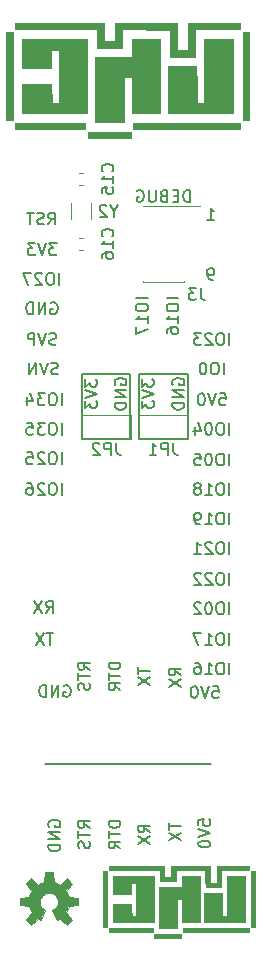
<source format=gbr>
G04 #@! TF.GenerationSoftware,KiCad,Pcbnew,5.1.10-88a1d61d58~90~ubuntu20.04.1*
G04 #@! TF.CreationDate,2021-07-18T21:46:05+01:00*
G04 #@! TF.ProjectId,lhc_tijolo32_board,6c68635f-7469-46a6-9f6c-6f33325f626f,rev?*
G04 #@! TF.SameCoordinates,Original*
G04 #@! TF.FileFunction,Legend,Bot*
G04 #@! TF.FilePolarity,Positive*
%FSLAX46Y46*%
G04 Gerber Fmt 4.6, Leading zero omitted, Abs format (unit mm)*
G04 Created by KiCad (PCBNEW 5.1.10-88a1d61d58~90~ubuntu20.04.1) date 2021-07-18 21:46:05*
%MOMM*%
%LPD*%
G01*
G04 APERTURE LIST*
%ADD10C,0.200000*%
%ADD11C,0.152400*%
%ADD12C,0.010000*%
%ADD13C,0.120000*%
%ADD14C,0.150000*%
G04 APERTURE END LIST*
D10*
X118838095Y-43942380D02*
X118838095Y-42942380D01*
X118600000Y-42942380D01*
X118457142Y-42990000D01*
X118361904Y-43085238D01*
X118314285Y-43180476D01*
X118266666Y-43370952D01*
X118266666Y-43513809D01*
X118314285Y-43704285D01*
X118361904Y-43799523D01*
X118457142Y-43894761D01*
X118600000Y-43942380D01*
X118838095Y-43942380D01*
X117838095Y-43418571D02*
X117504761Y-43418571D01*
X117361904Y-43942380D02*
X117838095Y-43942380D01*
X117838095Y-42942380D01*
X117361904Y-42942380D01*
X116600000Y-43418571D02*
X116457142Y-43466190D01*
X116409523Y-43513809D01*
X116361904Y-43609047D01*
X116361904Y-43751904D01*
X116409523Y-43847142D01*
X116457142Y-43894761D01*
X116552380Y-43942380D01*
X116933333Y-43942380D01*
X116933333Y-42942380D01*
X116600000Y-42942380D01*
X116504761Y-42990000D01*
X116457142Y-43037619D01*
X116409523Y-43132857D01*
X116409523Y-43228095D01*
X116457142Y-43323333D01*
X116504761Y-43370952D01*
X116600000Y-43418571D01*
X116933333Y-43418571D01*
X115933333Y-42942380D02*
X115933333Y-43751904D01*
X115885714Y-43847142D01*
X115838095Y-43894761D01*
X115742857Y-43942380D01*
X115552380Y-43942380D01*
X115457142Y-43894761D01*
X115409523Y-43847142D01*
X115361904Y-43751904D01*
X115361904Y-42942380D01*
X114361904Y-42990000D02*
X114457142Y-42942380D01*
X114600000Y-42942380D01*
X114742857Y-42990000D01*
X114838095Y-43085238D01*
X114885714Y-43180476D01*
X114933333Y-43370952D01*
X114933333Y-43513809D01*
X114885714Y-43704285D01*
X114838095Y-43799523D01*
X114742857Y-43894761D01*
X114600000Y-43942380D01*
X114504761Y-43942380D01*
X114361904Y-43894761D01*
X114314285Y-43847142D01*
X114314285Y-43513809D01*
X114504761Y-43513809D01*
X122176190Y-83942380D02*
X122176190Y-82942380D01*
X121509523Y-82942380D02*
X121319047Y-82942380D01*
X121223809Y-82990000D01*
X121128571Y-83085238D01*
X121080952Y-83275714D01*
X121080952Y-83609047D01*
X121128571Y-83799523D01*
X121223809Y-83894761D01*
X121319047Y-83942380D01*
X121509523Y-83942380D01*
X121604761Y-83894761D01*
X121700000Y-83799523D01*
X121747619Y-83609047D01*
X121747619Y-83275714D01*
X121700000Y-83085238D01*
X121604761Y-82990000D01*
X121509523Y-82942380D01*
X120128571Y-83942380D02*
X120700000Y-83942380D01*
X120414285Y-83942380D02*
X120414285Y-82942380D01*
X120509523Y-83085238D01*
X120604761Y-83180476D01*
X120700000Y-83228095D01*
X119271428Y-82942380D02*
X119461904Y-82942380D01*
X119557142Y-82990000D01*
X119604761Y-83037619D01*
X119700000Y-83180476D01*
X119747619Y-83370952D01*
X119747619Y-83751904D01*
X119700000Y-83847142D01*
X119652380Y-83894761D01*
X119557142Y-83942380D01*
X119366666Y-83942380D01*
X119271428Y-83894761D01*
X119223809Y-83847142D01*
X119176190Y-83751904D01*
X119176190Y-83513809D01*
X119223809Y-83418571D01*
X119271428Y-83370952D01*
X119366666Y-83323333D01*
X119557142Y-83323333D01*
X119652380Y-83370952D01*
X119700000Y-83418571D01*
X119747619Y-83513809D01*
X122176190Y-81442380D02*
X122176190Y-80442380D01*
X121509523Y-80442380D02*
X121319047Y-80442380D01*
X121223809Y-80490000D01*
X121128571Y-80585238D01*
X121080952Y-80775714D01*
X121080952Y-81109047D01*
X121128571Y-81299523D01*
X121223809Y-81394761D01*
X121319047Y-81442380D01*
X121509523Y-81442380D01*
X121604761Y-81394761D01*
X121700000Y-81299523D01*
X121747619Y-81109047D01*
X121747619Y-80775714D01*
X121700000Y-80585238D01*
X121604761Y-80490000D01*
X121509523Y-80442380D01*
X120128571Y-81442380D02*
X120700000Y-81442380D01*
X120414285Y-81442380D02*
X120414285Y-80442380D01*
X120509523Y-80585238D01*
X120604761Y-80680476D01*
X120700000Y-80728095D01*
X119795238Y-80442380D02*
X119128571Y-80442380D01*
X119557142Y-81442380D01*
X122176190Y-78842380D02*
X122176190Y-77842380D01*
X121509523Y-77842380D02*
X121319047Y-77842380D01*
X121223809Y-77890000D01*
X121128571Y-77985238D01*
X121080952Y-78175714D01*
X121080952Y-78509047D01*
X121128571Y-78699523D01*
X121223809Y-78794761D01*
X121319047Y-78842380D01*
X121509523Y-78842380D01*
X121604761Y-78794761D01*
X121700000Y-78699523D01*
X121747619Y-78509047D01*
X121747619Y-78175714D01*
X121700000Y-77985238D01*
X121604761Y-77890000D01*
X121509523Y-77842380D01*
X120461904Y-77842380D02*
X120366666Y-77842380D01*
X120271428Y-77890000D01*
X120223809Y-77937619D01*
X120176190Y-78032857D01*
X120128571Y-78223333D01*
X120128571Y-78461428D01*
X120176190Y-78651904D01*
X120223809Y-78747142D01*
X120271428Y-78794761D01*
X120366666Y-78842380D01*
X120461904Y-78842380D01*
X120557142Y-78794761D01*
X120604761Y-78747142D01*
X120652380Y-78651904D01*
X120700000Y-78461428D01*
X120700000Y-78223333D01*
X120652380Y-78032857D01*
X120604761Y-77937619D01*
X120557142Y-77890000D01*
X120461904Y-77842380D01*
X119747619Y-77937619D02*
X119700000Y-77890000D01*
X119604761Y-77842380D01*
X119366666Y-77842380D01*
X119271428Y-77890000D01*
X119223809Y-77937619D01*
X119176190Y-78032857D01*
X119176190Y-78128095D01*
X119223809Y-78270952D01*
X119795238Y-78842380D01*
X119176190Y-78842380D01*
X122176190Y-76342380D02*
X122176190Y-75342380D01*
X121509523Y-75342380D02*
X121319047Y-75342380D01*
X121223809Y-75390000D01*
X121128571Y-75485238D01*
X121080952Y-75675714D01*
X121080952Y-76009047D01*
X121128571Y-76199523D01*
X121223809Y-76294761D01*
X121319047Y-76342380D01*
X121509523Y-76342380D01*
X121604761Y-76294761D01*
X121700000Y-76199523D01*
X121747619Y-76009047D01*
X121747619Y-75675714D01*
X121700000Y-75485238D01*
X121604761Y-75390000D01*
X121509523Y-75342380D01*
X120700000Y-75437619D02*
X120652380Y-75390000D01*
X120557142Y-75342380D01*
X120319047Y-75342380D01*
X120223809Y-75390000D01*
X120176190Y-75437619D01*
X120128571Y-75532857D01*
X120128571Y-75628095D01*
X120176190Y-75770952D01*
X120747619Y-76342380D01*
X120128571Y-76342380D01*
X119747619Y-75437619D02*
X119700000Y-75390000D01*
X119604761Y-75342380D01*
X119366666Y-75342380D01*
X119271428Y-75390000D01*
X119223809Y-75437619D01*
X119176190Y-75532857D01*
X119176190Y-75628095D01*
X119223809Y-75770952D01*
X119795238Y-76342380D01*
X119176190Y-76342380D01*
X122176190Y-73742380D02*
X122176190Y-72742380D01*
X121509523Y-72742380D02*
X121319047Y-72742380D01*
X121223809Y-72790000D01*
X121128571Y-72885238D01*
X121080952Y-73075714D01*
X121080952Y-73409047D01*
X121128571Y-73599523D01*
X121223809Y-73694761D01*
X121319047Y-73742380D01*
X121509523Y-73742380D01*
X121604761Y-73694761D01*
X121700000Y-73599523D01*
X121747619Y-73409047D01*
X121747619Y-73075714D01*
X121700000Y-72885238D01*
X121604761Y-72790000D01*
X121509523Y-72742380D01*
X120700000Y-72837619D02*
X120652380Y-72790000D01*
X120557142Y-72742380D01*
X120319047Y-72742380D01*
X120223809Y-72790000D01*
X120176190Y-72837619D01*
X120128571Y-72932857D01*
X120128571Y-73028095D01*
X120176190Y-73170952D01*
X120747619Y-73742380D01*
X120128571Y-73742380D01*
X119176190Y-73742380D02*
X119747619Y-73742380D01*
X119461904Y-73742380D02*
X119461904Y-72742380D01*
X119557142Y-72885238D01*
X119652380Y-72980476D01*
X119747619Y-73028095D01*
X122176190Y-71242380D02*
X122176190Y-70242380D01*
X121509523Y-70242380D02*
X121319047Y-70242380D01*
X121223809Y-70290000D01*
X121128571Y-70385238D01*
X121080952Y-70575714D01*
X121080952Y-70909047D01*
X121128571Y-71099523D01*
X121223809Y-71194761D01*
X121319047Y-71242380D01*
X121509523Y-71242380D01*
X121604761Y-71194761D01*
X121700000Y-71099523D01*
X121747619Y-70909047D01*
X121747619Y-70575714D01*
X121700000Y-70385238D01*
X121604761Y-70290000D01*
X121509523Y-70242380D01*
X120128571Y-71242380D02*
X120700000Y-71242380D01*
X120414285Y-71242380D02*
X120414285Y-70242380D01*
X120509523Y-70385238D01*
X120604761Y-70480476D01*
X120700000Y-70528095D01*
X119652380Y-71242380D02*
X119461904Y-71242380D01*
X119366666Y-71194761D01*
X119319047Y-71147142D01*
X119223809Y-71004285D01*
X119176190Y-70813809D01*
X119176190Y-70432857D01*
X119223809Y-70337619D01*
X119271428Y-70290000D01*
X119366666Y-70242380D01*
X119557142Y-70242380D01*
X119652380Y-70290000D01*
X119700000Y-70337619D01*
X119747619Y-70432857D01*
X119747619Y-70670952D01*
X119700000Y-70766190D01*
X119652380Y-70813809D01*
X119557142Y-70861428D01*
X119366666Y-70861428D01*
X119271428Y-70813809D01*
X119223809Y-70766190D01*
X119176190Y-70670952D01*
X122176190Y-68742380D02*
X122176190Y-67742380D01*
X121509523Y-67742380D02*
X121319047Y-67742380D01*
X121223809Y-67790000D01*
X121128571Y-67885238D01*
X121080952Y-68075714D01*
X121080952Y-68409047D01*
X121128571Y-68599523D01*
X121223809Y-68694761D01*
X121319047Y-68742380D01*
X121509523Y-68742380D01*
X121604761Y-68694761D01*
X121700000Y-68599523D01*
X121747619Y-68409047D01*
X121747619Y-68075714D01*
X121700000Y-67885238D01*
X121604761Y-67790000D01*
X121509523Y-67742380D01*
X120128571Y-68742380D02*
X120700000Y-68742380D01*
X120414285Y-68742380D02*
X120414285Y-67742380D01*
X120509523Y-67885238D01*
X120604761Y-67980476D01*
X120700000Y-68028095D01*
X119557142Y-68170952D02*
X119652380Y-68123333D01*
X119700000Y-68075714D01*
X119747619Y-67980476D01*
X119747619Y-67932857D01*
X119700000Y-67837619D01*
X119652380Y-67790000D01*
X119557142Y-67742380D01*
X119366666Y-67742380D01*
X119271428Y-67790000D01*
X119223809Y-67837619D01*
X119176190Y-67932857D01*
X119176190Y-67980476D01*
X119223809Y-68075714D01*
X119271428Y-68123333D01*
X119366666Y-68170952D01*
X119557142Y-68170952D01*
X119652380Y-68218571D01*
X119700000Y-68266190D01*
X119747619Y-68361428D01*
X119747619Y-68551904D01*
X119700000Y-68647142D01*
X119652380Y-68694761D01*
X119557142Y-68742380D01*
X119366666Y-68742380D01*
X119271428Y-68694761D01*
X119223809Y-68647142D01*
X119176190Y-68551904D01*
X119176190Y-68361428D01*
X119223809Y-68266190D01*
X119271428Y-68218571D01*
X119366666Y-68170952D01*
X122176190Y-66242380D02*
X122176190Y-65242380D01*
X121509523Y-65242380D02*
X121319047Y-65242380D01*
X121223809Y-65290000D01*
X121128571Y-65385238D01*
X121080952Y-65575714D01*
X121080952Y-65909047D01*
X121128571Y-66099523D01*
X121223809Y-66194761D01*
X121319047Y-66242380D01*
X121509523Y-66242380D01*
X121604761Y-66194761D01*
X121700000Y-66099523D01*
X121747619Y-65909047D01*
X121747619Y-65575714D01*
X121700000Y-65385238D01*
X121604761Y-65290000D01*
X121509523Y-65242380D01*
X120461904Y-65242380D02*
X120366666Y-65242380D01*
X120271428Y-65290000D01*
X120223809Y-65337619D01*
X120176190Y-65432857D01*
X120128571Y-65623333D01*
X120128571Y-65861428D01*
X120176190Y-66051904D01*
X120223809Y-66147142D01*
X120271428Y-66194761D01*
X120366666Y-66242380D01*
X120461904Y-66242380D01*
X120557142Y-66194761D01*
X120604761Y-66147142D01*
X120652380Y-66051904D01*
X120700000Y-65861428D01*
X120700000Y-65623333D01*
X120652380Y-65432857D01*
X120604761Y-65337619D01*
X120557142Y-65290000D01*
X120461904Y-65242380D01*
X119223809Y-65242380D02*
X119700000Y-65242380D01*
X119747619Y-65718571D01*
X119700000Y-65670952D01*
X119604761Y-65623333D01*
X119366666Y-65623333D01*
X119271428Y-65670952D01*
X119223809Y-65718571D01*
X119176190Y-65813809D01*
X119176190Y-66051904D01*
X119223809Y-66147142D01*
X119271428Y-66194761D01*
X119366666Y-66242380D01*
X119604761Y-66242380D01*
X119700000Y-66194761D01*
X119747619Y-66147142D01*
X122176190Y-63642380D02*
X122176190Y-62642380D01*
X121509523Y-62642380D02*
X121319047Y-62642380D01*
X121223809Y-62690000D01*
X121128571Y-62785238D01*
X121080952Y-62975714D01*
X121080952Y-63309047D01*
X121128571Y-63499523D01*
X121223809Y-63594761D01*
X121319047Y-63642380D01*
X121509523Y-63642380D01*
X121604761Y-63594761D01*
X121700000Y-63499523D01*
X121747619Y-63309047D01*
X121747619Y-62975714D01*
X121700000Y-62785238D01*
X121604761Y-62690000D01*
X121509523Y-62642380D01*
X120461904Y-62642380D02*
X120366666Y-62642380D01*
X120271428Y-62690000D01*
X120223809Y-62737619D01*
X120176190Y-62832857D01*
X120128571Y-63023333D01*
X120128571Y-63261428D01*
X120176190Y-63451904D01*
X120223809Y-63547142D01*
X120271428Y-63594761D01*
X120366666Y-63642380D01*
X120461904Y-63642380D01*
X120557142Y-63594761D01*
X120604761Y-63547142D01*
X120652380Y-63451904D01*
X120700000Y-63261428D01*
X120700000Y-63023333D01*
X120652380Y-62832857D01*
X120604761Y-62737619D01*
X120557142Y-62690000D01*
X120461904Y-62642380D01*
X119271428Y-62975714D02*
X119271428Y-63642380D01*
X119509523Y-62594761D02*
X119747619Y-63309047D01*
X119128571Y-63309047D01*
X121366666Y-60142380D02*
X121842857Y-60142380D01*
X121890476Y-60618571D01*
X121842857Y-60570952D01*
X121747619Y-60523333D01*
X121509523Y-60523333D01*
X121414285Y-60570952D01*
X121366666Y-60618571D01*
X121319047Y-60713809D01*
X121319047Y-60951904D01*
X121366666Y-61047142D01*
X121414285Y-61094761D01*
X121509523Y-61142380D01*
X121747619Y-61142380D01*
X121842857Y-61094761D01*
X121890476Y-61047142D01*
X121033333Y-60142380D02*
X120700000Y-61142380D01*
X120366666Y-60142380D01*
X119842857Y-60142380D02*
X119747619Y-60142380D01*
X119652380Y-60190000D01*
X119604761Y-60237619D01*
X119557142Y-60332857D01*
X119509523Y-60523333D01*
X119509523Y-60761428D01*
X119557142Y-60951904D01*
X119604761Y-61047142D01*
X119652380Y-61094761D01*
X119747619Y-61142380D01*
X119842857Y-61142380D01*
X119938095Y-61094761D01*
X119985714Y-61047142D01*
X120033333Y-60951904D01*
X120080952Y-60761428D01*
X120080952Y-60523333D01*
X120033333Y-60332857D01*
X119985714Y-60237619D01*
X119938095Y-60190000D01*
X119842857Y-60142380D01*
X121700000Y-58542380D02*
X121700000Y-57542380D01*
X121033333Y-57542380D02*
X120842857Y-57542380D01*
X120747619Y-57590000D01*
X120652380Y-57685238D01*
X120604761Y-57875714D01*
X120604761Y-58209047D01*
X120652380Y-58399523D01*
X120747619Y-58494761D01*
X120842857Y-58542380D01*
X121033333Y-58542380D01*
X121128571Y-58494761D01*
X121223809Y-58399523D01*
X121271428Y-58209047D01*
X121271428Y-57875714D01*
X121223809Y-57685238D01*
X121128571Y-57590000D01*
X121033333Y-57542380D01*
X119985714Y-57542380D02*
X119890476Y-57542380D01*
X119795238Y-57590000D01*
X119747619Y-57637619D01*
X119700000Y-57732857D01*
X119652380Y-57923333D01*
X119652380Y-58161428D01*
X119700000Y-58351904D01*
X119747619Y-58447142D01*
X119795238Y-58494761D01*
X119890476Y-58542380D01*
X119985714Y-58542380D01*
X120080952Y-58494761D01*
X120128571Y-58447142D01*
X120176190Y-58351904D01*
X120223809Y-58161428D01*
X120223809Y-57923333D01*
X120176190Y-57732857D01*
X120128571Y-57637619D01*
X120080952Y-57590000D01*
X119985714Y-57542380D01*
X107261904Y-80442380D02*
X106690476Y-80442380D01*
X106976190Y-81442380D02*
X106976190Y-80442380D01*
X106452380Y-80442380D02*
X105785714Y-81442380D01*
X105785714Y-80442380D02*
X106452380Y-81442380D01*
X106666666Y-78742380D02*
X107000000Y-78266190D01*
X107238095Y-78742380D02*
X107238095Y-77742380D01*
X106857142Y-77742380D01*
X106761904Y-77790000D01*
X106714285Y-77837619D01*
X106666666Y-77932857D01*
X106666666Y-78075714D01*
X106714285Y-78170952D01*
X106761904Y-78218571D01*
X106857142Y-78266190D01*
X107238095Y-78266190D01*
X106333333Y-77742380D02*
X105666666Y-78742380D01*
X105666666Y-77742380D02*
X106333333Y-78742380D01*
X107976190Y-68742380D02*
X107976190Y-67742380D01*
X107309523Y-67742380D02*
X107119047Y-67742380D01*
X107023809Y-67790000D01*
X106928571Y-67885238D01*
X106880952Y-68075714D01*
X106880952Y-68409047D01*
X106928571Y-68599523D01*
X107023809Y-68694761D01*
X107119047Y-68742380D01*
X107309523Y-68742380D01*
X107404761Y-68694761D01*
X107500000Y-68599523D01*
X107547619Y-68409047D01*
X107547619Y-68075714D01*
X107500000Y-67885238D01*
X107404761Y-67790000D01*
X107309523Y-67742380D01*
X106500000Y-67837619D02*
X106452380Y-67790000D01*
X106357142Y-67742380D01*
X106119047Y-67742380D01*
X106023809Y-67790000D01*
X105976190Y-67837619D01*
X105928571Y-67932857D01*
X105928571Y-68028095D01*
X105976190Y-68170952D01*
X106547619Y-68742380D01*
X105928571Y-68742380D01*
X105071428Y-67742380D02*
X105261904Y-67742380D01*
X105357142Y-67790000D01*
X105404761Y-67837619D01*
X105500000Y-67980476D01*
X105547619Y-68170952D01*
X105547619Y-68551904D01*
X105500000Y-68647142D01*
X105452380Y-68694761D01*
X105357142Y-68742380D01*
X105166666Y-68742380D01*
X105071428Y-68694761D01*
X105023809Y-68647142D01*
X104976190Y-68551904D01*
X104976190Y-68313809D01*
X105023809Y-68218571D01*
X105071428Y-68170952D01*
X105166666Y-68123333D01*
X105357142Y-68123333D01*
X105452380Y-68170952D01*
X105500000Y-68218571D01*
X105547619Y-68313809D01*
X107976190Y-66142380D02*
X107976190Y-65142380D01*
X107309523Y-65142380D02*
X107119047Y-65142380D01*
X107023809Y-65190000D01*
X106928571Y-65285238D01*
X106880952Y-65475714D01*
X106880952Y-65809047D01*
X106928571Y-65999523D01*
X107023809Y-66094761D01*
X107119047Y-66142380D01*
X107309523Y-66142380D01*
X107404761Y-66094761D01*
X107500000Y-65999523D01*
X107547619Y-65809047D01*
X107547619Y-65475714D01*
X107500000Y-65285238D01*
X107404761Y-65190000D01*
X107309523Y-65142380D01*
X106500000Y-65237619D02*
X106452380Y-65190000D01*
X106357142Y-65142380D01*
X106119047Y-65142380D01*
X106023809Y-65190000D01*
X105976190Y-65237619D01*
X105928571Y-65332857D01*
X105928571Y-65428095D01*
X105976190Y-65570952D01*
X106547619Y-66142380D01*
X105928571Y-66142380D01*
X105023809Y-65142380D02*
X105500000Y-65142380D01*
X105547619Y-65618571D01*
X105500000Y-65570952D01*
X105404761Y-65523333D01*
X105166666Y-65523333D01*
X105071428Y-65570952D01*
X105023809Y-65618571D01*
X104976190Y-65713809D01*
X104976190Y-65951904D01*
X105023809Y-66047142D01*
X105071428Y-66094761D01*
X105166666Y-66142380D01*
X105404761Y-66142380D01*
X105500000Y-66094761D01*
X105547619Y-66047142D01*
X107976190Y-63642380D02*
X107976190Y-62642380D01*
X107309523Y-62642380D02*
X107119047Y-62642380D01*
X107023809Y-62690000D01*
X106928571Y-62785238D01*
X106880952Y-62975714D01*
X106880952Y-63309047D01*
X106928571Y-63499523D01*
X107023809Y-63594761D01*
X107119047Y-63642380D01*
X107309523Y-63642380D01*
X107404761Y-63594761D01*
X107500000Y-63499523D01*
X107547619Y-63309047D01*
X107547619Y-62975714D01*
X107500000Y-62785238D01*
X107404761Y-62690000D01*
X107309523Y-62642380D01*
X106547619Y-62642380D02*
X105928571Y-62642380D01*
X106261904Y-63023333D01*
X106119047Y-63023333D01*
X106023809Y-63070952D01*
X105976190Y-63118571D01*
X105928571Y-63213809D01*
X105928571Y-63451904D01*
X105976190Y-63547142D01*
X106023809Y-63594761D01*
X106119047Y-63642380D01*
X106404761Y-63642380D01*
X106500000Y-63594761D01*
X106547619Y-63547142D01*
X105023809Y-62642380D02*
X105500000Y-62642380D01*
X105547619Y-63118571D01*
X105500000Y-63070952D01*
X105404761Y-63023333D01*
X105166666Y-63023333D01*
X105071428Y-63070952D01*
X105023809Y-63118571D01*
X104976190Y-63213809D01*
X104976190Y-63451904D01*
X105023809Y-63547142D01*
X105071428Y-63594761D01*
X105166666Y-63642380D01*
X105404761Y-63642380D01*
X105500000Y-63594761D01*
X105547619Y-63547142D01*
X107976190Y-61142380D02*
X107976190Y-60142380D01*
X107309523Y-60142380D02*
X107119047Y-60142380D01*
X107023809Y-60190000D01*
X106928571Y-60285238D01*
X106880952Y-60475714D01*
X106880952Y-60809047D01*
X106928571Y-60999523D01*
X107023809Y-61094761D01*
X107119047Y-61142380D01*
X107309523Y-61142380D01*
X107404761Y-61094761D01*
X107500000Y-60999523D01*
X107547619Y-60809047D01*
X107547619Y-60475714D01*
X107500000Y-60285238D01*
X107404761Y-60190000D01*
X107309523Y-60142380D01*
X106547619Y-60142380D02*
X105928571Y-60142380D01*
X106261904Y-60523333D01*
X106119047Y-60523333D01*
X106023809Y-60570952D01*
X105976190Y-60618571D01*
X105928571Y-60713809D01*
X105928571Y-60951904D01*
X105976190Y-61047142D01*
X106023809Y-61094761D01*
X106119047Y-61142380D01*
X106404761Y-61142380D01*
X106500000Y-61094761D01*
X106547619Y-61047142D01*
X105071428Y-60475714D02*
X105071428Y-61142380D01*
X105309523Y-60094761D02*
X105547619Y-60809047D01*
X104928571Y-60809047D01*
X107638095Y-58494761D02*
X107495238Y-58542380D01*
X107257142Y-58542380D01*
X107161904Y-58494761D01*
X107114285Y-58447142D01*
X107066666Y-58351904D01*
X107066666Y-58256666D01*
X107114285Y-58161428D01*
X107161904Y-58113809D01*
X107257142Y-58066190D01*
X107447619Y-58018571D01*
X107542857Y-57970952D01*
X107590476Y-57923333D01*
X107638095Y-57828095D01*
X107638095Y-57732857D01*
X107590476Y-57637619D01*
X107542857Y-57590000D01*
X107447619Y-57542380D01*
X107209523Y-57542380D01*
X107066666Y-57590000D01*
X106780952Y-57542380D02*
X106447619Y-58542380D01*
X106114285Y-57542380D01*
X105780952Y-58542380D02*
X105780952Y-57542380D01*
X105209523Y-58542380D01*
X105209523Y-57542380D01*
X107514285Y-55994761D02*
X107371428Y-56042380D01*
X107133333Y-56042380D01*
X107038095Y-55994761D01*
X106990476Y-55947142D01*
X106942857Y-55851904D01*
X106942857Y-55756666D01*
X106990476Y-55661428D01*
X107038095Y-55613809D01*
X107133333Y-55566190D01*
X107323809Y-55518571D01*
X107419047Y-55470952D01*
X107466666Y-55423333D01*
X107514285Y-55328095D01*
X107514285Y-55232857D01*
X107466666Y-55137619D01*
X107419047Y-55090000D01*
X107323809Y-55042380D01*
X107085714Y-55042380D01*
X106942857Y-55090000D01*
X106657142Y-55042380D02*
X106323809Y-56042380D01*
X105990476Y-55042380D01*
X105657142Y-56042380D02*
X105657142Y-55042380D01*
X105276190Y-55042380D01*
X105180952Y-55090000D01*
X105133333Y-55137619D01*
X105085714Y-55232857D01*
X105085714Y-55375714D01*
X105133333Y-55470952D01*
X105180952Y-55518571D01*
X105276190Y-55566190D01*
X105657142Y-55566190D01*
X107061904Y-52490000D02*
X107157142Y-52442380D01*
X107300000Y-52442380D01*
X107442857Y-52490000D01*
X107538095Y-52585238D01*
X107585714Y-52680476D01*
X107633333Y-52870952D01*
X107633333Y-53013809D01*
X107585714Y-53204285D01*
X107538095Y-53299523D01*
X107442857Y-53394761D01*
X107300000Y-53442380D01*
X107204761Y-53442380D01*
X107061904Y-53394761D01*
X107014285Y-53347142D01*
X107014285Y-53013809D01*
X107204761Y-53013809D01*
X106585714Y-53442380D02*
X106585714Y-52442380D01*
X106014285Y-53442380D01*
X106014285Y-52442380D01*
X105538095Y-53442380D02*
X105538095Y-52442380D01*
X105300000Y-52442380D01*
X105157142Y-52490000D01*
X105061904Y-52585238D01*
X105014285Y-52680476D01*
X104966666Y-52870952D01*
X104966666Y-53013809D01*
X105014285Y-53204285D01*
X105061904Y-53299523D01*
X105157142Y-53394761D01*
X105300000Y-53442380D01*
X105538095Y-53442380D01*
X107776190Y-50942380D02*
X107776190Y-49942380D01*
X107109523Y-49942380D02*
X106919047Y-49942380D01*
X106823809Y-49990000D01*
X106728571Y-50085238D01*
X106680952Y-50275714D01*
X106680952Y-50609047D01*
X106728571Y-50799523D01*
X106823809Y-50894761D01*
X106919047Y-50942380D01*
X107109523Y-50942380D01*
X107204761Y-50894761D01*
X107300000Y-50799523D01*
X107347619Y-50609047D01*
X107347619Y-50275714D01*
X107300000Y-50085238D01*
X107204761Y-49990000D01*
X107109523Y-49942380D01*
X106300000Y-50037619D02*
X106252380Y-49990000D01*
X106157142Y-49942380D01*
X105919047Y-49942380D01*
X105823809Y-49990000D01*
X105776190Y-50037619D01*
X105728571Y-50132857D01*
X105728571Y-50228095D01*
X105776190Y-50370952D01*
X106347619Y-50942380D01*
X105728571Y-50942380D01*
X105395238Y-49942380D02*
X104728571Y-49942380D01*
X105157142Y-50942380D01*
X107538095Y-47442380D02*
X106919047Y-47442380D01*
X107252380Y-47823333D01*
X107109523Y-47823333D01*
X107014285Y-47870952D01*
X106966666Y-47918571D01*
X106919047Y-48013809D01*
X106919047Y-48251904D01*
X106966666Y-48347142D01*
X107014285Y-48394761D01*
X107109523Y-48442380D01*
X107395238Y-48442380D01*
X107490476Y-48394761D01*
X107538095Y-48347142D01*
X106633333Y-47442380D02*
X106300000Y-48442380D01*
X105966666Y-47442380D01*
X105728571Y-47442380D02*
X105109523Y-47442380D01*
X105442857Y-47823333D01*
X105300000Y-47823333D01*
X105204761Y-47870952D01*
X105157142Y-47918571D01*
X105109523Y-48013809D01*
X105109523Y-48251904D01*
X105157142Y-48347142D01*
X105204761Y-48394761D01*
X105300000Y-48442380D01*
X105585714Y-48442380D01*
X105680952Y-48394761D01*
X105728571Y-48347142D01*
X106847619Y-45842380D02*
X107180952Y-45366190D01*
X107419047Y-45842380D02*
X107419047Y-44842380D01*
X107038095Y-44842380D01*
X106942857Y-44890000D01*
X106895238Y-44937619D01*
X106847619Y-45032857D01*
X106847619Y-45175714D01*
X106895238Y-45270952D01*
X106942857Y-45318571D01*
X107038095Y-45366190D01*
X107419047Y-45366190D01*
X106466666Y-45794761D02*
X106323809Y-45842380D01*
X106085714Y-45842380D01*
X105990476Y-45794761D01*
X105942857Y-45747142D01*
X105895238Y-45651904D01*
X105895238Y-45556666D01*
X105942857Y-45461428D01*
X105990476Y-45413809D01*
X106085714Y-45366190D01*
X106276190Y-45318571D01*
X106371428Y-45270952D01*
X106419047Y-45223333D01*
X106466666Y-45128095D01*
X106466666Y-45032857D01*
X106419047Y-44937619D01*
X106371428Y-44890000D01*
X106276190Y-44842380D01*
X106038095Y-44842380D01*
X105895238Y-44890000D01*
X105609523Y-44842380D02*
X105038095Y-44842380D01*
X105323809Y-45842380D02*
X105323809Y-44842380D01*
X120790476Y-50542380D02*
X120600000Y-50542380D01*
X120504761Y-50494761D01*
X120457142Y-50447142D01*
X120361904Y-50304285D01*
X120314285Y-50113809D01*
X120314285Y-49732857D01*
X120361904Y-49637619D01*
X120409523Y-49590000D01*
X120504761Y-49542380D01*
X120695238Y-49542380D01*
X120790476Y-49590000D01*
X120838095Y-49637619D01*
X120885714Y-49732857D01*
X120885714Y-49970952D01*
X120838095Y-50066190D01*
X120790476Y-50113809D01*
X120695238Y-50161428D01*
X120504761Y-50161428D01*
X120409523Y-50113809D01*
X120361904Y-50066190D01*
X120314285Y-49970952D01*
X120314285Y-45442380D02*
X120885714Y-45442380D01*
X120600000Y-45442380D02*
X120600000Y-44442380D01*
X120695238Y-44585238D01*
X120790476Y-44680476D01*
X120885714Y-44728095D01*
X119552380Y-96723333D02*
X119552380Y-96247142D01*
X120028571Y-96199523D01*
X119980952Y-96247142D01*
X119933333Y-96342380D01*
X119933333Y-96580476D01*
X119980952Y-96675714D01*
X120028571Y-96723333D01*
X120123809Y-96770952D01*
X120361904Y-96770952D01*
X120457142Y-96723333D01*
X120504761Y-96675714D01*
X120552380Y-96580476D01*
X120552380Y-96342380D01*
X120504761Y-96247142D01*
X120457142Y-96199523D01*
X119552380Y-97056666D02*
X120552380Y-97390000D01*
X119552380Y-97723333D01*
X119552380Y-98247142D02*
X119552380Y-98342380D01*
X119600000Y-98437619D01*
X119647619Y-98485238D01*
X119742857Y-98532857D01*
X119933333Y-98580476D01*
X120171428Y-98580476D01*
X120361904Y-98532857D01*
X120457142Y-98485238D01*
X120504761Y-98437619D01*
X120552380Y-98342380D01*
X120552380Y-98247142D01*
X120504761Y-98151904D01*
X120457142Y-98104285D01*
X120361904Y-98056666D01*
X120171428Y-98009047D01*
X119933333Y-98009047D01*
X119742857Y-98056666D01*
X119647619Y-98104285D01*
X119600000Y-98151904D01*
X119552380Y-98247142D01*
X117052380Y-96528095D02*
X117052380Y-97099523D01*
X118052380Y-96813809D02*
X117052380Y-96813809D01*
X117052380Y-97337619D02*
X118052380Y-98004285D01*
X117052380Y-98004285D02*
X118052380Y-97337619D01*
X115452380Y-97323333D02*
X114976190Y-96990000D01*
X115452380Y-96751904D02*
X114452380Y-96751904D01*
X114452380Y-97132857D01*
X114500000Y-97228095D01*
X114547619Y-97275714D01*
X114642857Y-97323333D01*
X114785714Y-97323333D01*
X114880952Y-97275714D01*
X114928571Y-97228095D01*
X114976190Y-97132857D01*
X114976190Y-96751904D01*
X114452380Y-97656666D02*
X115452380Y-98323333D01*
X114452380Y-98323333D02*
X115452380Y-97656666D01*
X112952380Y-96347142D02*
X111952380Y-96347142D01*
X111952380Y-96585238D01*
X112000000Y-96728095D01*
X112095238Y-96823333D01*
X112190476Y-96870952D01*
X112380952Y-96918571D01*
X112523809Y-96918571D01*
X112714285Y-96870952D01*
X112809523Y-96823333D01*
X112904761Y-96728095D01*
X112952380Y-96585238D01*
X112952380Y-96347142D01*
X111952380Y-97204285D02*
X111952380Y-97775714D01*
X112952380Y-97490000D02*
X111952380Y-97490000D01*
X112952380Y-98680476D02*
X112476190Y-98347142D01*
X112952380Y-98109047D02*
X111952380Y-98109047D01*
X111952380Y-98490000D01*
X112000000Y-98585238D01*
X112047619Y-98632857D01*
X112142857Y-98680476D01*
X112285714Y-98680476D01*
X112380952Y-98632857D01*
X112428571Y-98585238D01*
X112476190Y-98490000D01*
X112476190Y-98109047D01*
X110352380Y-96942380D02*
X109876190Y-96609047D01*
X110352380Y-96370952D02*
X109352380Y-96370952D01*
X109352380Y-96751904D01*
X109400000Y-96847142D01*
X109447619Y-96894761D01*
X109542857Y-96942380D01*
X109685714Y-96942380D01*
X109780952Y-96894761D01*
X109828571Y-96847142D01*
X109876190Y-96751904D01*
X109876190Y-96370952D01*
X109352380Y-97228095D02*
X109352380Y-97799523D01*
X110352380Y-97513809D02*
X109352380Y-97513809D01*
X110304761Y-98085238D02*
X110352380Y-98228095D01*
X110352380Y-98466190D01*
X110304761Y-98561428D01*
X110257142Y-98609047D01*
X110161904Y-98656666D01*
X110066666Y-98656666D01*
X109971428Y-98609047D01*
X109923809Y-98561428D01*
X109876190Y-98466190D01*
X109828571Y-98275714D01*
X109780952Y-98180476D01*
X109733333Y-98132857D01*
X109638095Y-98085238D01*
X109542857Y-98085238D01*
X109447619Y-98132857D01*
X109400000Y-98180476D01*
X109352380Y-98275714D01*
X109352380Y-98513809D01*
X109400000Y-98656666D01*
X106900000Y-96828095D02*
X106852380Y-96732857D01*
X106852380Y-96590000D01*
X106900000Y-96447142D01*
X106995238Y-96351904D01*
X107090476Y-96304285D01*
X107280952Y-96256666D01*
X107423809Y-96256666D01*
X107614285Y-96304285D01*
X107709523Y-96351904D01*
X107804761Y-96447142D01*
X107852380Y-96590000D01*
X107852380Y-96685238D01*
X107804761Y-96828095D01*
X107757142Y-96875714D01*
X107423809Y-96875714D01*
X107423809Y-96685238D01*
X107852380Y-97304285D02*
X106852380Y-97304285D01*
X107852380Y-97875714D01*
X106852380Y-97875714D01*
X107852380Y-98351904D02*
X106852380Y-98351904D01*
X106852380Y-98590000D01*
X106900000Y-98732857D01*
X106995238Y-98828095D01*
X107090476Y-98875714D01*
X107280952Y-98923333D01*
X107423809Y-98923333D01*
X107614285Y-98875714D01*
X107709523Y-98828095D01*
X107804761Y-98732857D01*
X107852380Y-98590000D01*
X107852380Y-98351904D01*
X120766666Y-84942380D02*
X121242857Y-84942380D01*
X121290476Y-85418571D01*
X121242857Y-85370952D01*
X121147619Y-85323333D01*
X120909523Y-85323333D01*
X120814285Y-85370952D01*
X120766666Y-85418571D01*
X120719047Y-85513809D01*
X120719047Y-85751904D01*
X120766666Y-85847142D01*
X120814285Y-85894761D01*
X120909523Y-85942380D01*
X121147619Y-85942380D01*
X121242857Y-85894761D01*
X121290476Y-85847142D01*
X120433333Y-84942380D02*
X120100000Y-85942380D01*
X119766666Y-84942380D01*
X119242857Y-84942380D02*
X119147619Y-84942380D01*
X119052380Y-84990000D01*
X119004761Y-85037619D01*
X118957142Y-85132857D01*
X118909523Y-85323333D01*
X118909523Y-85561428D01*
X118957142Y-85751904D01*
X119004761Y-85847142D01*
X119052380Y-85894761D01*
X119147619Y-85942380D01*
X119242857Y-85942380D01*
X119338095Y-85894761D01*
X119385714Y-85847142D01*
X119433333Y-85751904D01*
X119480952Y-85561428D01*
X119480952Y-85323333D01*
X119433333Y-85132857D01*
X119385714Y-85037619D01*
X119338095Y-84990000D01*
X119242857Y-84942380D01*
X118052380Y-84023333D02*
X117576190Y-83690000D01*
X118052380Y-83451904D02*
X117052380Y-83451904D01*
X117052380Y-83832857D01*
X117100000Y-83928095D01*
X117147619Y-83975714D01*
X117242857Y-84023333D01*
X117385714Y-84023333D01*
X117480952Y-83975714D01*
X117528571Y-83928095D01*
X117576190Y-83832857D01*
X117576190Y-83451904D01*
X117052380Y-84356666D02*
X118052380Y-85023333D01*
X117052380Y-85023333D02*
X118052380Y-84356666D01*
X114452380Y-83328095D02*
X114452380Y-83899523D01*
X115452380Y-83613809D02*
X114452380Y-83613809D01*
X114452380Y-84137619D02*
X115452380Y-84804285D01*
X114452380Y-84804285D02*
X115452380Y-84137619D01*
X112952380Y-82947142D02*
X111952380Y-82947142D01*
X111952380Y-83185238D01*
X112000000Y-83328095D01*
X112095238Y-83423333D01*
X112190476Y-83470952D01*
X112380952Y-83518571D01*
X112523809Y-83518571D01*
X112714285Y-83470952D01*
X112809523Y-83423333D01*
X112904761Y-83328095D01*
X112952380Y-83185238D01*
X112952380Y-82947142D01*
X111952380Y-83804285D02*
X111952380Y-84375714D01*
X112952380Y-84090000D02*
X111952380Y-84090000D01*
X112952380Y-85280476D02*
X112476190Y-84947142D01*
X112952380Y-84709047D02*
X111952380Y-84709047D01*
X111952380Y-85090000D01*
X112000000Y-85185238D01*
X112047619Y-85232857D01*
X112142857Y-85280476D01*
X112285714Y-85280476D01*
X112380952Y-85232857D01*
X112428571Y-85185238D01*
X112476190Y-85090000D01*
X112476190Y-84709047D01*
X110352380Y-83542380D02*
X109876190Y-83209047D01*
X110352380Y-82970952D02*
X109352380Y-82970952D01*
X109352380Y-83351904D01*
X109400000Y-83447142D01*
X109447619Y-83494761D01*
X109542857Y-83542380D01*
X109685714Y-83542380D01*
X109780952Y-83494761D01*
X109828571Y-83447142D01*
X109876190Y-83351904D01*
X109876190Y-82970952D01*
X109352380Y-83828095D02*
X109352380Y-84399523D01*
X110352380Y-84113809D02*
X109352380Y-84113809D01*
X110304761Y-84685238D02*
X110352380Y-84828095D01*
X110352380Y-85066190D01*
X110304761Y-85161428D01*
X110257142Y-85209047D01*
X110161904Y-85256666D01*
X110066666Y-85256666D01*
X109971428Y-85209047D01*
X109923809Y-85161428D01*
X109876190Y-85066190D01*
X109828571Y-84875714D01*
X109780952Y-84780476D01*
X109733333Y-84732857D01*
X109638095Y-84685238D01*
X109542857Y-84685238D01*
X109447619Y-84732857D01*
X109400000Y-84780476D01*
X109352380Y-84875714D01*
X109352380Y-85113809D01*
X109400000Y-85256666D01*
X108161904Y-84890000D02*
X108257142Y-84842380D01*
X108400000Y-84842380D01*
X108542857Y-84890000D01*
X108638095Y-84985238D01*
X108685714Y-85080476D01*
X108733333Y-85270952D01*
X108733333Y-85413809D01*
X108685714Y-85604285D01*
X108638095Y-85699523D01*
X108542857Y-85794761D01*
X108400000Y-85842380D01*
X108304761Y-85842380D01*
X108161904Y-85794761D01*
X108114285Y-85747142D01*
X108114285Y-85413809D01*
X108304761Y-85413809D01*
X107685714Y-85842380D02*
X107685714Y-84842380D01*
X107114285Y-85842380D01*
X107114285Y-84842380D01*
X106638095Y-85842380D02*
X106638095Y-84842380D01*
X106400000Y-84842380D01*
X106257142Y-84890000D01*
X106161904Y-84985238D01*
X106114285Y-85080476D01*
X106066666Y-85270952D01*
X106066666Y-85413809D01*
X106114285Y-85604285D01*
X106161904Y-85699523D01*
X106257142Y-85794761D01*
X106400000Y-85842380D01*
X106638095Y-85842380D01*
X115252380Y-52113809D02*
X114252380Y-52113809D01*
X114252380Y-52780476D02*
X114252380Y-52970952D01*
X114300000Y-53066190D01*
X114395238Y-53161428D01*
X114585714Y-53209047D01*
X114919047Y-53209047D01*
X115109523Y-53161428D01*
X115204761Y-53066190D01*
X115252380Y-52970952D01*
X115252380Y-52780476D01*
X115204761Y-52685238D01*
X115109523Y-52590000D01*
X114919047Y-52542380D01*
X114585714Y-52542380D01*
X114395238Y-52590000D01*
X114300000Y-52685238D01*
X114252380Y-52780476D01*
X115252380Y-54161428D02*
X115252380Y-53590000D01*
X115252380Y-53875714D02*
X114252380Y-53875714D01*
X114395238Y-53780476D01*
X114490476Y-53685238D01*
X114538095Y-53590000D01*
X114252380Y-54494761D02*
X114252380Y-55161428D01*
X115252380Y-54732857D01*
X117852380Y-52113809D02*
X116852380Y-52113809D01*
X116852380Y-52780476D02*
X116852380Y-52970952D01*
X116900000Y-53066190D01*
X116995238Y-53161428D01*
X117185714Y-53209047D01*
X117519047Y-53209047D01*
X117709523Y-53161428D01*
X117804761Y-53066190D01*
X117852380Y-52970952D01*
X117852380Y-52780476D01*
X117804761Y-52685238D01*
X117709523Y-52590000D01*
X117519047Y-52542380D01*
X117185714Y-52542380D01*
X116995238Y-52590000D01*
X116900000Y-52685238D01*
X116852380Y-52780476D01*
X117852380Y-54161428D02*
X117852380Y-53590000D01*
X117852380Y-53875714D02*
X116852380Y-53875714D01*
X116995238Y-53780476D01*
X117090476Y-53685238D01*
X117138095Y-53590000D01*
X116852380Y-55018571D02*
X116852380Y-54828095D01*
X116900000Y-54732857D01*
X116947619Y-54685238D01*
X117090476Y-54590000D01*
X117280952Y-54542380D01*
X117661904Y-54542380D01*
X117757142Y-54590000D01*
X117804761Y-54637619D01*
X117852380Y-54732857D01*
X117852380Y-54923333D01*
X117804761Y-55018571D01*
X117757142Y-55066190D01*
X117661904Y-55113809D01*
X117423809Y-55113809D01*
X117328571Y-55066190D01*
X117280952Y-55018571D01*
X117233333Y-54923333D01*
X117233333Y-54732857D01*
X117280952Y-54637619D01*
X117328571Y-54590000D01*
X117423809Y-54542380D01*
X112500000Y-59428095D02*
X112452380Y-59332857D01*
X112452380Y-59190000D01*
X112500000Y-59047142D01*
X112595238Y-58951904D01*
X112690476Y-58904285D01*
X112880952Y-58856666D01*
X113023809Y-58856666D01*
X113214285Y-58904285D01*
X113309523Y-58951904D01*
X113404761Y-59047142D01*
X113452380Y-59190000D01*
X113452380Y-59285238D01*
X113404761Y-59428095D01*
X113357142Y-59475714D01*
X113023809Y-59475714D01*
X113023809Y-59285238D01*
X113452380Y-59904285D02*
X112452380Y-59904285D01*
X113452380Y-60475714D01*
X112452380Y-60475714D01*
X113452380Y-60951904D02*
X112452380Y-60951904D01*
X112452380Y-61190000D01*
X112500000Y-61332857D01*
X112595238Y-61428095D01*
X112690476Y-61475714D01*
X112880952Y-61523333D01*
X113023809Y-61523333D01*
X113214285Y-61475714D01*
X113309523Y-61428095D01*
X113404761Y-61332857D01*
X113452380Y-61190000D01*
X113452380Y-60951904D01*
X109952380Y-58951904D02*
X109952380Y-59570952D01*
X110333333Y-59237619D01*
X110333333Y-59380476D01*
X110380952Y-59475714D01*
X110428571Y-59523333D01*
X110523809Y-59570952D01*
X110761904Y-59570952D01*
X110857142Y-59523333D01*
X110904761Y-59475714D01*
X110952380Y-59380476D01*
X110952380Y-59094761D01*
X110904761Y-58999523D01*
X110857142Y-58951904D01*
X109952380Y-59856666D02*
X110952380Y-60190000D01*
X109952380Y-60523333D01*
X109952380Y-60761428D02*
X109952380Y-61380476D01*
X110333333Y-61047142D01*
X110333333Y-61190000D01*
X110380952Y-61285238D01*
X110428571Y-61332857D01*
X110523809Y-61380476D01*
X110761904Y-61380476D01*
X110857142Y-61332857D01*
X110904761Y-61285238D01*
X110952380Y-61190000D01*
X110952380Y-60904285D01*
X110904761Y-60809047D01*
X110857142Y-60761428D01*
D11*
X109700000Y-63990000D02*
X113810000Y-63992000D01*
X109700000Y-58490000D02*
X109700000Y-63990000D01*
X113800000Y-58490000D02*
X109700000Y-58490000D01*
X113800000Y-58490000D02*
X113800000Y-63990000D01*
X114500000Y-58490000D02*
X118700000Y-58490000D01*
X114500000Y-63990000D02*
X114500000Y-58490000D01*
X118700000Y-63990000D02*
X114500000Y-63990000D01*
X118700000Y-58490000D02*
X118700000Y-63990000D01*
D10*
X117400000Y-59428095D02*
X117352380Y-59332857D01*
X117352380Y-59190000D01*
X117400000Y-59047142D01*
X117495238Y-58951904D01*
X117590476Y-58904285D01*
X117780952Y-58856666D01*
X117923809Y-58856666D01*
X118114285Y-58904285D01*
X118209523Y-58951904D01*
X118304761Y-59047142D01*
X118352380Y-59190000D01*
X118352380Y-59285238D01*
X118304761Y-59428095D01*
X118257142Y-59475714D01*
X117923809Y-59475714D01*
X117923809Y-59285238D01*
X118352380Y-59904285D02*
X117352380Y-59904285D01*
X118352380Y-60475714D01*
X117352380Y-60475714D01*
X118352380Y-60951904D02*
X117352380Y-60951904D01*
X117352380Y-61190000D01*
X117400000Y-61332857D01*
X117495238Y-61428095D01*
X117590476Y-61475714D01*
X117780952Y-61523333D01*
X117923809Y-61523333D01*
X118114285Y-61475714D01*
X118209523Y-61428095D01*
X118304761Y-61332857D01*
X118352380Y-61190000D01*
X118352380Y-60951904D01*
X114752380Y-58951904D02*
X114752380Y-59570952D01*
X115133333Y-59237619D01*
X115133333Y-59380476D01*
X115180952Y-59475714D01*
X115228571Y-59523333D01*
X115323809Y-59570952D01*
X115561904Y-59570952D01*
X115657142Y-59523333D01*
X115704761Y-59475714D01*
X115752380Y-59380476D01*
X115752380Y-59094761D01*
X115704761Y-58999523D01*
X115657142Y-58951904D01*
X114752380Y-59856666D02*
X115752380Y-60190000D01*
X114752380Y-60523333D01*
X114752380Y-60761428D02*
X114752380Y-61380476D01*
X115133333Y-61047142D01*
X115133333Y-61190000D01*
X115180952Y-61285238D01*
X115228571Y-61332857D01*
X115323809Y-61380476D01*
X115561904Y-61380476D01*
X115657142Y-61332857D01*
X115704761Y-61285238D01*
X115752380Y-61190000D01*
X115752380Y-60904285D01*
X115704761Y-60809047D01*
X115657142Y-60761428D01*
X122176190Y-56042380D02*
X122176190Y-55042380D01*
X121509523Y-55042380D02*
X121319047Y-55042380D01*
X121223809Y-55090000D01*
X121128571Y-55185238D01*
X121080952Y-55375714D01*
X121080952Y-55709047D01*
X121128571Y-55899523D01*
X121223809Y-55994761D01*
X121319047Y-56042380D01*
X121509523Y-56042380D01*
X121604761Y-55994761D01*
X121700000Y-55899523D01*
X121747619Y-55709047D01*
X121747619Y-55375714D01*
X121700000Y-55185238D01*
X121604761Y-55090000D01*
X121509523Y-55042380D01*
X120700000Y-55137619D02*
X120652380Y-55090000D01*
X120557142Y-55042380D01*
X120319047Y-55042380D01*
X120223809Y-55090000D01*
X120176190Y-55137619D01*
X120128571Y-55232857D01*
X120128571Y-55328095D01*
X120176190Y-55470952D01*
X120747619Y-56042380D01*
X120128571Y-56042380D01*
X119795238Y-55042380D02*
X119176190Y-55042380D01*
X119509523Y-55423333D01*
X119366666Y-55423333D01*
X119271428Y-55470952D01*
X119223809Y-55518571D01*
X119176190Y-55613809D01*
X119176190Y-55851904D01*
X119223809Y-55947142D01*
X119271428Y-55994761D01*
X119366666Y-56042380D01*
X119652380Y-56042380D01*
X119747619Y-55994761D01*
X119795238Y-55947142D01*
D11*
X106600000Y-91490000D02*
X120600000Y-91490000D01*
D12*
G36*
X106244680Y-104777500D02*
G01*
X105990680Y-104645420D01*
X105363300Y-105158500D01*
X104931500Y-104726700D01*
X105444580Y-104099320D01*
X105312500Y-103845320D01*
X105226140Y-103576080D01*
X104420960Y-103492260D01*
X104420960Y-102887740D01*
X105226140Y-102803920D01*
X105312500Y-102534680D01*
X105444580Y-102280680D01*
X104931500Y-101653300D01*
X105363300Y-101221500D01*
X105990680Y-101734580D01*
X106244680Y-101602500D01*
X106513920Y-101516140D01*
X106597740Y-100710960D01*
X107202260Y-100710960D01*
X107286080Y-101516140D01*
X107555320Y-101602500D01*
X107809320Y-101734580D01*
X108436700Y-101221500D01*
X108868500Y-101653300D01*
X108355420Y-102280680D01*
X108487500Y-102534680D01*
X108573860Y-102803920D01*
X109379040Y-102887740D01*
X109379040Y-103492260D01*
X108573860Y-103576080D01*
X108487500Y-103845320D01*
X108355420Y-104099320D01*
X108868500Y-104726700D01*
X108436700Y-105158500D01*
X107809320Y-104645420D01*
X107555320Y-104777500D01*
X107197180Y-103911360D01*
X107331800Y-103837700D01*
X107451180Y-103741180D01*
X107547700Y-103621800D01*
X107621360Y-103487180D01*
X107664540Y-103342400D01*
X107679780Y-103190000D01*
X107664540Y-103032520D01*
X107613740Y-102877580D01*
X107535000Y-102740420D01*
X107430860Y-102618500D01*
X107301320Y-102521980D01*
X107156540Y-102453400D01*
X107001600Y-102417840D01*
X106844120Y-102412760D01*
X106684100Y-102440700D01*
X106536780Y-102501660D01*
X106402160Y-102590560D01*
X106290400Y-102704860D01*
X106204040Y-102839480D01*
X106145620Y-102989340D01*
X106120220Y-103146820D01*
X106127840Y-103304300D01*
X106168480Y-103459240D01*
X106239600Y-103604020D01*
X106338660Y-103731020D01*
X106460580Y-103835160D01*
X106602820Y-103911360D01*
X106244680Y-104777500D01*
G37*
X106244680Y-104777500D02*
X105990680Y-104645420D01*
X105363300Y-105158500D01*
X104931500Y-104726700D01*
X105444580Y-104099320D01*
X105312500Y-103845320D01*
X105226140Y-103576080D01*
X104420960Y-103492260D01*
X104420960Y-102887740D01*
X105226140Y-102803920D01*
X105312500Y-102534680D01*
X105444580Y-102280680D01*
X104931500Y-101653300D01*
X105363300Y-101221500D01*
X105990680Y-101734580D01*
X106244680Y-101602500D01*
X106513920Y-101516140D01*
X106597740Y-100710960D01*
X107202260Y-100710960D01*
X107286080Y-101516140D01*
X107555320Y-101602500D01*
X107809320Y-101734580D01*
X108436700Y-101221500D01*
X108868500Y-101653300D01*
X108355420Y-102280680D01*
X108487500Y-102534680D01*
X108573860Y-102803920D01*
X109379040Y-102887740D01*
X109379040Y-103492260D01*
X108573860Y-103576080D01*
X108487500Y-103845320D01*
X108355420Y-104099320D01*
X108868500Y-104726700D01*
X108436700Y-105158500D01*
X107809320Y-104645420D01*
X107555320Y-104777500D01*
X107197180Y-103911360D01*
X107331800Y-103837700D01*
X107451180Y-103741180D01*
X107547700Y-103621800D01*
X107621360Y-103487180D01*
X107664540Y-103342400D01*
X107679780Y-103190000D01*
X107664540Y-103032520D01*
X107613740Y-102877580D01*
X107535000Y-102740420D01*
X107430860Y-102618500D01*
X107301320Y-102521980D01*
X107156540Y-102453400D01*
X107001600Y-102417840D01*
X106844120Y-102412760D01*
X106684100Y-102440700D01*
X106536780Y-102501660D01*
X106402160Y-102590560D01*
X106290400Y-102704860D01*
X106204040Y-102839480D01*
X106145620Y-102989340D01*
X106120220Y-103146820D01*
X106127840Y-103304300D01*
X106168480Y-103459240D01*
X106239600Y-103604020D01*
X106338660Y-103731020D01*
X106460580Y-103835160D01*
X106602820Y-103911360D01*
X106244680Y-104777500D01*
G36*
X115809250Y-106265000D02*
G01*
X118095250Y-106265000D01*
X118095250Y-105915750D01*
X115809250Y-105915750D01*
X115809250Y-106265000D01*
G37*
X115809250Y-106265000D02*
X118095250Y-106265000D01*
X118095250Y-105915750D01*
X115809250Y-105915750D01*
X115809250Y-106265000D01*
G36*
X118222250Y-105788750D02*
G01*
X123873750Y-105788750D01*
X123873750Y-105439500D01*
X118222250Y-105439500D01*
X118222250Y-105788750D01*
G37*
X118222250Y-105788750D02*
X123873750Y-105788750D01*
X123873750Y-105439500D01*
X118222250Y-105439500D01*
X118222250Y-105788750D01*
G36*
X111967500Y-105788750D02*
G01*
X115682250Y-105788750D01*
X115682250Y-105439500D01*
X111967500Y-105439500D01*
X111967500Y-105788750D01*
G37*
X111967500Y-105788750D02*
X115682250Y-105788750D01*
X115682250Y-105439500D01*
X111967500Y-105439500D01*
X111967500Y-105788750D01*
G36*
X118127000Y-101978750D02*
G01*
X116190250Y-101978750D01*
X116190250Y-105407750D01*
X117714250Y-105407750D01*
X117714250Y-102994750D01*
X118127000Y-102994750D01*
X118127000Y-104931500D01*
X119651000Y-104931500D01*
X119651000Y-100994500D01*
X118127000Y-100994500D01*
X118127000Y-101978750D01*
G37*
X118127000Y-101978750D02*
X116190250Y-101978750D01*
X116190250Y-105407750D01*
X117714250Y-105407750D01*
X117714250Y-102994750D01*
X118127000Y-102994750D01*
X118127000Y-104931500D01*
X119651000Y-104931500D01*
X119651000Y-100994500D01*
X118127000Y-100994500D01*
X118127000Y-101978750D01*
G36*
X124000750Y-105312500D02*
G01*
X124350000Y-105312500D01*
X124350000Y-100613500D01*
X124000750Y-100613500D01*
X124000750Y-105312500D01*
G37*
X124000750Y-105312500D02*
X124350000Y-105312500D01*
X124350000Y-100613500D01*
X124000750Y-100613500D01*
X124000750Y-105312500D01*
G36*
X111491250Y-105312500D02*
G01*
X111840500Y-105312500D01*
X111840500Y-100613500D01*
X111491250Y-100613500D01*
X111491250Y-105312500D01*
G37*
X111491250Y-105312500D02*
X111840500Y-105312500D01*
X111840500Y-100613500D01*
X111491250Y-100613500D01*
X111491250Y-105312500D01*
G36*
X121961091Y-102685187D02*
G01*
X121952875Y-104375875D01*
X121571875Y-104375875D01*
X121563472Y-103415437D01*
X121555069Y-102455000D01*
X120032000Y-102455000D01*
X120032000Y-104931500D01*
X123492750Y-104931500D01*
X123492750Y-100994500D01*
X121969307Y-100994500D01*
X121961091Y-102685187D01*
G37*
X121961091Y-102685187D02*
X121952875Y-104375875D01*
X121571875Y-104375875D01*
X121563472Y-103415437D01*
X121555069Y-102455000D01*
X120032000Y-102455000D01*
X120032000Y-104931500D01*
X123492750Y-104931500D01*
X123492750Y-100994500D01*
X121969307Y-100994500D01*
X121961091Y-102685187D01*
G36*
X112348500Y-102518500D02*
G01*
X113872500Y-102518500D01*
X113872500Y-101566000D01*
X114285911Y-101566000D01*
X114277643Y-102970937D01*
X114269375Y-104375875D01*
X113888375Y-104375875D01*
X113879611Y-103891687D01*
X113870847Y-103407500D01*
X112348500Y-103407500D01*
X112348500Y-104931500D01*
X114043729Y-104931500D01*
X114417764Y-104931349D01*
X114733261Y-104930802D01*
X114995178Y-104929713D01*
X115208478Y-104927936D01*
X115378119Y-104925327D01*
X115509062Y-104921739D01*
X115606268Y-104917028D01*
X115674696Y-104911048D01*
X115719308Y-104903654D01*
X115745064Y-104894701D01*
X115756923Y-104884043D01*
X115758229Y-104881278D01*
X115761679Y-104841269D01*
X115764932Y-104743422D01*
X115767931Y-104593397D01*
X115770622Y-104396855D01*
X115772948Y-104159459D01*
X115774854Y-103886867D01*
X115776285Y-103584743D01*
X115777186Y-103258747D01*
X115777500Y-102914540D01*
X115777500Y-100994500D01*
X112348500Y-100994500D01*
X112348500Y-102518500D01*
G37*
X112348500Y-102518500D02*
X113872500Y-102518500D01*
X113872500Y-101566000D01*
X114285911Y-101566000D01*
X114277643Y-102970937D01*
X114269375Y-104375875D01*
X113888375Y-104375875D01*
X113879611Y-103891687D01*
X113870847Y-103407500D01*
X112348500Y-103407500D01*
X112348500Y-104931500D01*
X114043729Y-104931500D01*
X114417764Y-104931349D01*
X114733261Y-104930802D01*
X114995178Y-104929713D01*
X115208478Y-104927936D01*
X115378119Y-104925327D01*
X115509062Y-104921739D01*
X115606268Y-104917028D01*
X115674696Y-104911048D01*
X115719308Y-104903654D01*
X115745064Y-104894701D01*
X115756923Y-104884043D01*
X115758229Y-104881278D01*
X115761679Y-104841269D01*
X115764932Y-104743422D01*
X115767931Y-104593397D01*
X115770622Y-104396855D01*
X115772948Y-104159459D01*
X115774854Y-103886867D01*
X115776285Y-103584743D01*
X115777186Y-103258747D01*
X115777500Y-102914540D01*
X115777500Y-100994500D01*
X112348500Y-100994500D01*
X112348500Y-102518500D01*
G36*
X121111500Y-101597750D02*
G01*
X120508250Y-101597750D01*
X120508250Y-100137250D01*
X117269750Y-100137250D01*
X117269750Y-101121500D01*
X116666500Y-101121500D01*
X116666500Y-100137250D01*
X111967500Y-100137250D01*
X111967500Y-100486500D01*
X116285500Y-100486500D01*
X116285500Y-101470750D01*
X117619000Y-101470750D01*
X117619000Y-100485771D01*
X118881063Y-100494073D01*
X120143125Y-100502375D01*
X120151659Y-101224687D01*
X120160193Y-101947000D01*
X121460750Y-101947000D01*
X121460750Y-100486500D01*
X123873750Y-100486500D01*
X123873750Y-100137250D01*
X121111500Y-100137250D01*
X121111500Y-101597750D01*
G37*
X121111500Y-101597750D02*
X120508250Y-101597750D01*
X120508250Y-100137250D01*
X117269750Y-100137250D01*
X117269750Y-101121500D01*
X116666500Y-101121500D01*
X116666500Y-100137250D01*
X111967500Y-100137250D01*
X111967500Y-100486500D01*
X116285500Y-100486500D01*
X116285500Y-101470750D01*
X117619000Y-101470750D01*
X117619000Y-100485771D01*
X118881063Y-100494073D01*
X120143125Y-100502375D01*
X120151659Y-101224687D01*
X120160193Y-101947000D01*
X121460750Y-101947000D01*
X121460750Y-100486500D01*
X123873750Y-100486500D01*
X123873750Y-100137250D01*
X121111500Y-100137250D01*
X121111500Y-101597750D01*
G36*
X118678400Y-31102400D02*
G01*
X117713200Y-31102400D01*
X117713200Y-28765600D01*
X112531600Y-28765600D01*
X112531600Y-30340400D01*
X111566400Y-30340400D01*
X111566400Y-28765600D01*
X104048000Y-28765600D01*
X104048000Y-29324400D01*
X110956800Y-29324400D01*
X110956800Y-30899200D01*
X113090400Y-30899200D01*
X113090400Y-29323234D01*
X117129000Y-29349800D01*
X117156308Y-31661200D01*
X119237200Y-31661200D01*
X119237200Y-29324400D01*
X123098000Y-29324400D01*
X123098000Y-28765600D01*
X118678400Y-28765600D01*
X118678400Y-31102400D01*
G37*
X118678400Y-31102400D02*
X117713200Y-31102400D01*
X117713200Y-28765600D01*
X112531600Y-28765600D01*
X112531600Y-30340400D01*
X111566400Y-30340400D01*
X111566400Y-28765600D01*
X104048000Y-28765600D01*
X104048000Y-29324400D01*
X110956800Y-29324400D01*
X110956800Y-30899200D01*
X113090400Y-30899200D01*
X113090400Y-29323234D01*
X117129000Y-29349800D01*
X117156308Y-31661200D01*
X119237200Y-31661200D01*
X119237200Y-29324400D01*
X123098000Y-29324400D01*
X123098000Y-28765600D01*
X118678400Y-28765600D01*
X118678400Y-31102400D01*
G36*
X104657600Y-32575600D02*
G01*
X107096000Y-32575600D01*
X107096000Y-31051600D01*
X107757457Y-31051600D01*
X107744229Y-33299500D01*
X107731000Y-35547400D01*
X107121400Y-35547400D01*
X107093354Y-33998000D01*
X104657600Y-33998000D01*
X104657600Y-36436400D01*
X107369965Y-36436400D01*
X107968423Y-36436159D01*
X108473217Y-36435284D01*
X108892285Y-36433541D01*
X109233564Y-36430699D01*
X109504990Y-36426523D01*
X109714499Y-36420783D01*
X109870028Y-36413245D01*
X109979514Y-36403677D01*
X110050893Y-36391847D01*
X110092102Y-36377521D01*
X110111077Y-36360468D01*
X110113165Y-36356045D01*
X110118687Y-36292031D01*
X110123891Y-36135475D01*
X110128690Y-35895435D01*
X110132994Y-35580969D01*
X110136716Y-35201134D01*
X110139766Y-34764988D01*
X110142056Y-34281589D01*
X110143497Y-33759995D01*
X110144000Y-33209264D01*
X110144000Y-30137200D01*
X104657600Y-30137200D01*
X104657600Y-32575600D01*
G37*
X104657600Y-32575600D02*
X107096000Y-32575600D01*
X107096000Y-31051600D01*
X107757457Y-31051600D01*
X107744229Y-33299500D01*
X107731000Y-35547400D01*
X107121400Y-35547400D01*
X107093354Y-33998000D01*
X104657600Y-33998000D01*
X104657600Y-36436400D01*
X107369965Y-36436400D01*
X107968423Y-36436159D01*
X108473217Y-36435284D01*
X108892285Y-36433541D01*
X109233564Y-36430699D01*
X109504990Y-36426523D01*
X109714499Y-36420783D01*
X109870028Y-36413245D01*
X109979514Y-36403677D01*
X110050893Y-36391847D01*
X110092102Y-36377521D01*
X110111077Y-36360468D01*
X110113165Y-36356045D01*
X110118687Y-36292031D01*
X110123891Y-36135475D01*
X110128690Y-35895435D01*
X110132994Y-35580969D01*
X110136716Y-35201134D01*
X110139766Y-34764988D01*
X110142056Y-34281589D01*
X110143497Y-33759995D01*
X110144000Y-33209264D01*
X110144000Y-30137200D01*
X104657600Y-30137200D01*
X104657600Y-32575600D01*
G36*
X120037746Y-32842300D02*
G01*
X120024600Y-35547400D01*
X119415000Y-35547400D01*
X119401556Y-34010700D01*
X119388111Y-32474000D01*
X116951200Y-32474000D01*
X116951200Y-36436400D01*
X122488400Y-36436400D01*
X122488400Y-30137200D01*
X120050891Y-30137200D01*
X120037746Y-32842300D01*
G37*
X120037746Y-32842300D02*
X120024600Y-35547400D01*
X119415000Y-35547400D01*
X119401556Y-34010700D01*
X119388111Y-32474000D01*
X116951200Y-32474000D01*
X116951200Y-36436400D01*
X122488400Y-36436400D01*
X122488400Y-30137200D01*
X120050891Y-30137200D01*
X120037746Y-32842300D01*
G36*
X103286000Y-37046000D02*
G01*
X103844800Y-37046000D01*
X103844800Y-29527600D01*
X103286000Y-29527600D01*
X103286000Y-37046000D01*
G37*
X103286000Y-37046000D02*
X103844800Y-37046000D01*
X103844800Y-29527600D01*
X103286000Y-29527600D01*
X103286000Y-37046000D01*
G36*
X123301200Y-37046000D02*
G01*
X123860000Y-37046000D01*
X123860000Y-29527600D01*
X123301200Y-29527600D01*
X123301200Y-37046000D01*
G37*
X123301200Y-37046000D02*
X123860000Y-37046000D01*
X123860000Y-29527600D01*
X123301200Y-29527600D01*
X123301200Y-37046000D01*
G36*
X113903200Y-31712000D02*
G01*
X110804400Y-31712000D01*
X110804400Y-37198400D01*
X113242800Y-37198400D01*
X113242800Y-33337600D01*
X113903200Y-33337600D01*
X113903200Y-36436400D01*
X116341600Y-36436400D01*
X116341600Y-30137200D01*
X113903200Y-30137200D01*
X113903200Y-31712000D01*
G37*
X113903200Y-31712000D02*
X110804400Y-31712000D01*
X110804400Y-37198400D01*
X113242800Y-37198400D01*
X113242800Y-33337600D01*
X113903200Y-33337600D01*
X113903200Y-36436400D01*
X116341600Y-36436400D01*
X116341600Y-30137200D01*
X113903200Y-30137200D01*
X113903200Y-31712000D01*
G36*
X104048000Y-37808000D02*
G01*
X109991600Y-37808000D01*
X109991600Y-37249200D01*
X104048000Y-37249200D01*
X104048000Y-37808000D01*
G37*
X104048000Y-37808000D02*
X109991600Y-37808000D01*
X109991600Y-37249200D01*
X104048000Y-37249200D01*
X104048000Y-37808000D01*
G36*
X114055600Y-37808000D02*
G01*
X123098000Y-37808000D01*
X123098000Y-37249200D01*
X114055600Y-37249200D01*
X114055600Y-37808000D01*
G37*
X114055600Y-37808000D02*
X123098000Y-37808000D01*
X123098000Y-37249200D01*
X114055600Y-37249200D01*
X114055600Y-37808000D01*
G36*
X110194800Y-38570000D02*
G01*
X113852400Y-38570000D01*
X113852400Y-38011200D01*
X110194800Y-38011200D01*
X110194800Y-38570000D01*
G37*
X110194800Y-38570000D02*
X113852400Y-38570000D01*
X113852400Y-38011200D01*
X110194800Y-38011200D01*
X110194800Y-38570000D01*
D13*
X109710000Y-63992000D02*
X113810000Y-63992000D01*
X113810000Y-63992000D02*
X113810000Y-61992000D01*
X113810000Y-61992000D02*
X109710000Y-61992000D01*
X109710000Y-61992000D02*
X109710000Y-63992000D01*
X118636000Y-61992000D02*
X114536000Y-61992000D01*
X114536000Y-61992000D02*
X114536000Y-63992000D01*
X114536000Y-63992000D02*
X118636000Y-63992000D01*
X118636000Y-63992000D02*
X118636000Y-61992000D01*
X108725000Y-45415000D02*
X108725000Y-44065000D01*
X110475000Y-45415000D02*
X110475000Y-44065000D01*
X118365000Y-44255000D02*
X114835000Y-44255000D01*
X118365000Y-50725000D02*
X114835000Y-50725000D01*
X119690000Y-44320000D02*
X118365000Y-44320000D01*
X118365000Y-44255000D02*
X118365000Y-44320000D01*
X114835000Y-44255000D02*
X114835000Y-44320000D01*
X118365000Y-50660000D02*
X118365000Y-50725000D01*
X114835000Y-50660000D02*
X114835000Y-50725000D01*
X109459420Y-48000000D02*
X109740580Y-48000000D01*
X109459420Y-46980000D02*
X109740580Y-46980000D01*
X109459420Y-42500000D02*
X109740580Y-42500000D01*
X109459420Y-41480000D02*
X109740580Y-41480000D01*
D14*
X112593333Y-64342380D02*
X112593333Y-65056666D01*
X112640952Y-65199523D01*
X112736190Y-65294761D01*
X112879047Y-65342380D01*
X112974285Y-65342380D01*
X112117142Y-65342380D02*
X112117142Y-64342380D01*
X111736190Y-64342380D01*
X111640952Y-64390000D01*
X111593333Y-64437619D01*
X111545714Y-64532857D01*
X111545714Y-64675714D01*
X111593333Y-64770952D01*
X111640952Y-64818571D01*
X111736190Y-64866190D01*
X112117142Y-64866190D01*
X111164761Y-64437619D02*
X111117142Y-64390000D01*
X111021904Y-64342380D01*
X110783809Y-64342380D01*
X110688571Y-64390000D01*
X110640952Y-64437619D01*
X110593333Y-64532857D01*
X110593333Y-64628095D01*
X110640952Y-64770952D01*
X111212380Y-65342380D01*
X110593333Y-65342380D01*
X117419333Y-64342380D02*
X117419333Y-65056666D01*
X117466952Y-65199523D01*
X117562190Y-65294761D01*
X117705047Y-65342380D01*
X117800285Y-65342380D01*
X116943142Y-65342380D02*
X116943142Y-64342380D01*
X116562190Y-64342380D01*
X116466952Y-64390000D01*
X116419333Y-64437619D01*
X116371714Y-64532857D01*
X116371714Y-64675714D01*
X116419333Y-64770952D01*
X116466952Y-64818571D01*
X116562190Y-64866190D01*
X116943142Y-64866190D01*
X115419333Y-65342380D02*
X115990761Y-65342380D01*
X115705047Y-65342380D02*
X115705047Y-64342380D01*
X115800285Y-64485238D01*
X115895523Y-64580476D01*
X115990761Y-64628095D01*
X112376190Y-44716190D02*
X112376190Y-45192380D01*
X112709523Y-44192380D02*
X112376190Y-44716190D01*
X112042857Y-44192380D01*
X111757142Y-44287619D02*
X111709523Y-44240000D01*
X111614285Y-44192380D01*
X111376190Y-44192380D01*
X111280952Y-44240000D01*
X111233333Y-44287619D01*
X111185714Y-44382857D01*
X111185714Y-44478095D01*
X111233333Y-44620952D01*
X111804761Y-45192380D01*
X111185714Y-45192380D01*
X119733333Y-51242380D02*
X119733333Y-51956666D01*
X119780952Y-52099523D01*
X119876190Y-52194761D01*
X120019047Y-52242380D01*
X120114285Y-52242380D01*
X119352380Y-51242380D02*
X118733333Y-51242380D01*
X119066666Y-51623333D01*
X118923809Y-51623333D01*
X118828571Y-51670952D01*
X118780952Y-51718571D01*
X118733333Y-51813809D01*
X118733333Y-52051904D01*
X118780952Y-52147142D01*
X118828571Y-52194761D01*
X118923809Y-52242380D01*
X119209523Y-52242380D01*
X119304761Y-52194761D01*
X119352380Y-52147142D01*
X112257142Y-46847142D02*
X112304761Y-46799523D01*
X112352380Y-46656666D01*
X112352380Y-46561428D01*
X112304761Y-46418571D01*
X112209523Y-46323333D01*
X112114285Y-46275714D01*
X111923809Y-46228095D01*
X111780952Y-46228095D01*
X111590476Y-46275714D01*
X111495238Y-46323333D01*
X111400000Y-46418571D01*
X111352380Y-46561428D01*
X111352380Y-46656666D01*
X111400000Y-46799523D01*
X111447619Y-46847142D01*
X112352380Y-47799523D02*
X112352380Y-47228095D01*
X112352380Y-47513809D02*
X111352380Y-47513809D01*
X111495238Y-47418571D01*
X111590476Y-47323333D01*
X111638095Y-47228095D01*
X111352380Y-48656666D02*
X111352380Y-48466190D01*
X111400000Y-48370952D01*
X111447619Y-48323333D01*
X111590476Y-48228095D01*
X111780952Y-48180476D01*
X112161904Y-48180476D01*
X112257142Y-48228095D01*
X112304761Y-48275714D01*
X112352380Y-48370952D01*
X112352380Y-48561428D01*
X112304761Y-48656666D01*
X112257142Y-48704285D01*
X112161904Y-48751904D01*
X111923809Y-48751904D01*
X111828571Y-48704285D01*
X111780952Y-48656666D01*
X111733333Y-48561428D01*
X111733333Y-48370952D01*
X111780952Y-48275714D01*
X111828571Y-48228095D01*
X111923809Y-48180476D01*
X112257142Y-41347142D02*
X112304761Y-41299523D01*
X112352380Y-41156666D01*
X112352380Y-41061428D01*
X112304761Y-40918571D01*
X112209523Y-40823333D01*
X112114285Y-40775714D01*
X111923809Y-40728095D01*
X111780952Y-40728095D01*
X111590476Y-40775714D01*
X111495238Y-40823333D01*
X111400000Y-40918571D01*
X111352380Y-41061428D01*
X111352380Y-41156666D01*
X111400000Y-41299523D01*
X111447619Y-41347142D01*
X112352380Y-42299523D02*
X112352380Y-41728095D01*
X112352380Y-42013809D02*
X111352380Y-42013809D01*
X111495238Y-41918571D01*
X111590476Y-41823333D01*
X111638095Y-41728095D01*
X111352380Y-43204285D02*
X111352380Y-42728095D01*
X111828571Y-42680476D01*
X111780952Y-42728095D01*
X111733333Y-42823333D01*
X111733333Y-43061428D01*
X111780952Y-43156666D01*
X111828571Y-43204285D01*
X111923809Y-43251904D01*
X112161904Y-43251904D01*
X112257142Y-43204285D01*
X112304761Y-43156666D01*
X112352380Y-43061428D01*
X112352380Y-42823333D01*
X112304761Y-42728095D01*
X112257142Y-42680476D01*
M02*

</source>
